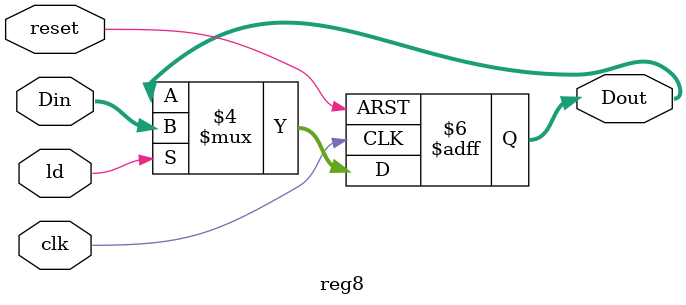
<source format=v>
`timescale 1ns / 1ps
module reg8(clk,reset,ld,Din,Dout);
	input clk, reset, ld;
	input [7:0] Din;
	output reg [7:0] Dout;
	
	//behaviorial section for writing to the register
	always @(posedge clk, negedge reset)
		if (!reset)
			Dout <= 16'b0;
		else if(ld)
			Dout <= Din;
		else
			Dout <= Dout;

endmodule

</source>
